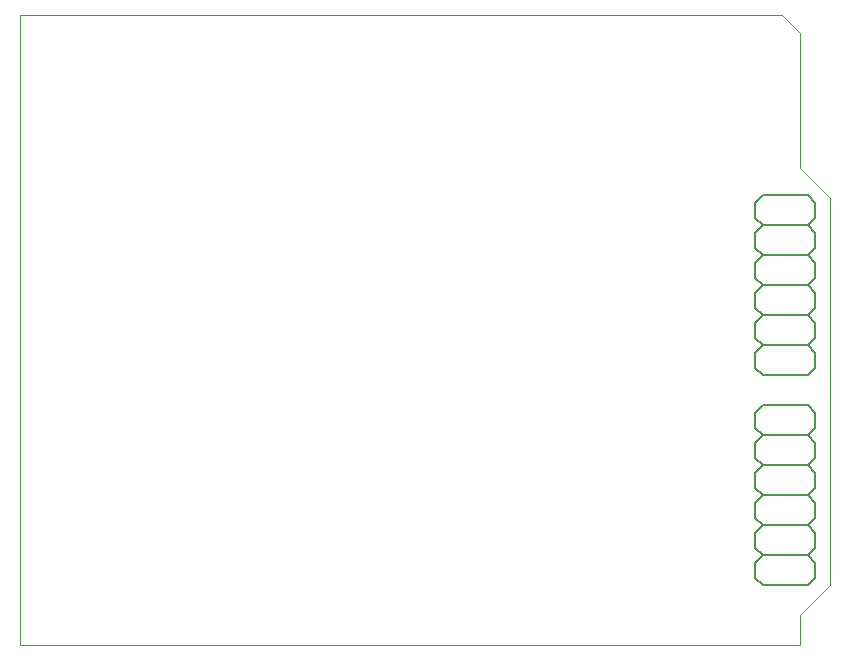
<source format=gbr>
G04 EAGLE Gerber RS-274X export*
G75*
%MOMM*%
%FSLAX34Y34*%
%LPD*%
%INSilkscreen Bottom*%
%IPPOS*%
%AMOC8*
5,1,8,0,0,1.08239X$1,22.5*%
G01*
%ADD10C,0.000000*%
%ADD11C,0.152400*%


D10*
X0Y0D02*
X660400Y0D01*
X660400Y25400D01*
X685800Y50800D01*
X685800Y378460D01*
X660400Y403860D01*
X660400Y518160D01*
X645160Y533400D01*
X0Y533400D01*
X0Y0D01*
D11*
X666750Y203200D02*
X673100Y196850D01*
X673100Y184150D02*
X666750Y177800D01*
X673100Y171450D01*
X673100Y158750D02*
X666750Y152400D01*
X673100Y146050D01*
X673100Y133350D02*
X666750Y127000D01*
X673100Y120650D01*
X673100Y107950D02*
X666750Y101600D01*
X673100Y95250D01*
X673100Y82550D02*
X666750Y76200D01*
X666750Y203200D02*
X628650Y203200D01*
X622300Y196850D01*
X622300Y184150D01*
X628650Y177800D01*
X622300Y171450D01*
X622300Y158750D01*
X628650Y152400D01*
X622300Y146050D01*
X622300Y133350D01*
X628650Y127000D01*
X622300Y120650D01*
X622300Y107950D01*
X628650Y101600D01*
X622300Y95250D01*
X622300Y82550D01*
X628650Y76200D01*
X628650Y177800D02*
X666750Y177800D01*
X666750Y152400D02*
X628650Y152400D01*
X628650Y127000D02*
X666750Y127000D01*
X666750Y101600D02*
X628650Y101600D01*
X628650Y76200D02*
X666750Y76200D01*
X673100Y82550D02*
X673100Y95250D01*
X673100Y107950D02*
X673100Y120650D01*
X673100Y133350D02*
X673100Y146050D01*
X673100Y158750D02*
X673100Y171450D01*
X673100Y184150D02*
X673100Y196850D01*
X666750Y76200D02*
X673100Y69850D01*
X673100Y57150D02*
X666750Y50800D01*
X628650Y76200D02*
X622300Y69850D01*
X622300Y57150D01*
X628650Y50800D01*
X666750Y50800D01*
X673100Y57150D02*
X673100Y69850D01*
X628650Y228600D02*
X622300Y234950D01*
X622300Y247650D02*
X628650Y254000D01*
X622300Y260350D01*
X622300Y273050D02*
X628650Y279400D01*
X622300Y285750D01*
X622300Y298450D02*
X628650Y304800D01*
X622300Y311150D01*
X622300Y323850D02*
X628650Y330200D01*
X622300Y336550D01*
X622300Y349250D02*
X628650Y355600D01*
X628650Y228600D02*
X666750Y228600D01*
X673100Y234950D01*
X673100Y247650D01*
X666750Y254000D01*
X673100Y260350D01*
X673100Y273050D01*
X666750Y279400D01*
X673100Y285750D01*
X673100Y298450D01*
X666750Y304800D01*
X673100Y311150D01*
X673100Y323850D01*
X666750Y330200D01*
X673100Y336550D01*
X673100Y349250D01*
X666750Y355600D01*
X666750Y254000D02*
X628650Y254000D01*
X628650Y279400D02*
X666750Y279400D01*
X666750Y304800D02*
X628650Y304800D01*
X628650Y330200D02*
X666750Y330200D01*
X666750Y355600D02*
X628650Y355600D01*
X622300Y349250D02*
X622300Y336550D01*
X622300Y323850D02*
X622300Y311150D01*
X622300Y298450D02*
X622300Y285750D01*
X622300Y273050D02*
X622300Y260350D01*
X622300Y247650D02*
X622300Y234950D01*
X628650Y355600D02*
X622300Y361950D01*
X622300Y374650D02*
X628650Y381000D01*
X666750Y355600D02*
X673100Y361950D01*
X673100Y374650D01*
X666750Y381000D01*
X628650Y381000D01*
X622300Y374650D02*
X622300Y361950D01*
M02*

</source>
